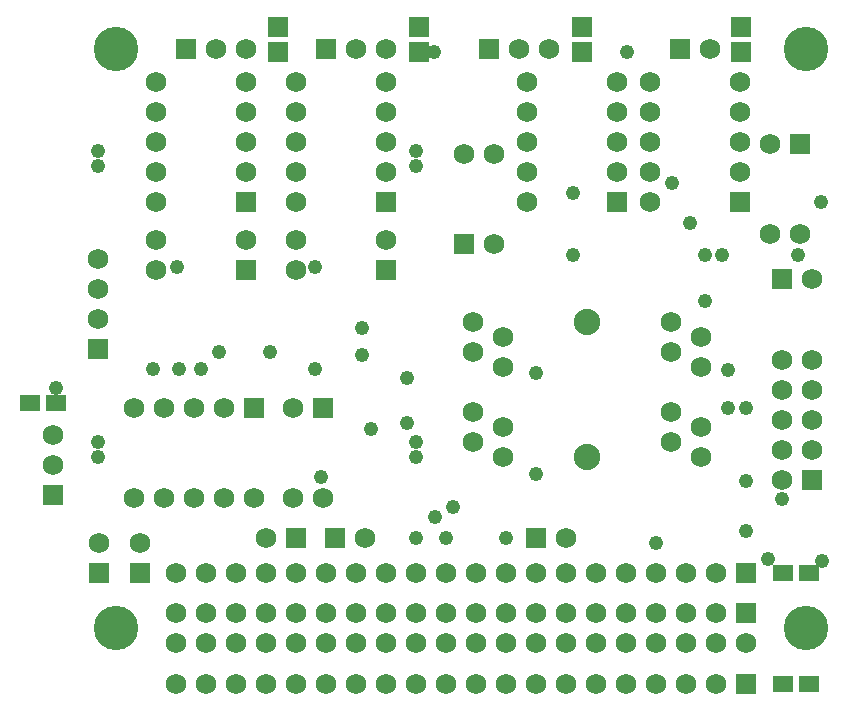
<source format=gts>
*%FSLAX23Y23*%
*%MOIN*%
G01*
%ADD11C,0.001*%
%ADD12C,0.006*%
%ADD13C,0.007*%
%ADD14C,0.007*%
%ADD15C,0.008*%
%ADD16C,0.010*%
%ADD17C,0.012*%
%ADD18C,0.015*%
%ADD19C,0.020*%
%ADD20C,0.030*%
%ADD21C,0.040*%
%ADD22C,0.048*%
%ADD23C,0.060*%
%ADD24C,0.068*%
%ADD25C,0.070*%
%ADD26C,0.080*%
%ADD27C,0.088*%
%ADD28C,0.120*%
%ADD29C,0.140*%
%ADD30C,0.148*%
%ADD31C,0.180*%
%ADD32R,0.005X0.005*%
%ADD33R,0.009X0.009*%
%ADD34R,0.010X0.010*%
%ADD35R,0.015X0.015*%
%ADD36R,0.019X0.019*%
%ADD37R,0.020X0.020*%
%ADD38R,0.025X0.025*%
%ADD39R,0.029X0.029*%
%ADD40R,0.030X0.030*%
%ADD41R,0.030X0.030*%
%ADD42R,0.034X0.034*%
%ADD43R,0.035X0.035*%
%ADD44R,0.035X0.035*%
%ADD45R,0.035X0.050*%
%ADD46R,0.038X0.038*%
%ADD47R,0.039X0.039*%
%ADD48R,0.040X0.040*%
%ADD49R,0.043X0.043*%
%ADD50R,0.043X0.058*%
%ADD51R,0.045X0.045*%
%ADD52R,0.049X0.049*%
%ADD53R,0.050X0.035*%
%ADD54R,0.050X0.050*%
%ADD55R,0.055X0.055*%
%ADD56R,0.058X0.043*%
%ADD57R,0.059X0.059*%
%ADD58R,0.060X0.050*%
%ADD59R,0.060X0.060*%
%ADD60R,0.060X0.060*%
%ADD61R,0.065X0.065*%
%ADD62R,0.068X0.058*%
%ADD63R,0.068X0.068*%
%ADD64R,0.070X0.070*%
%ADD65R,0.075X0.075*%
%ADD66R,0.079X0.079*%
%ADD67R,0.080X0.080*%
%ADD68R,0.085X0.085*%
%ADD69R,0.090X0.090*%
%ADD70R,0.095X0.095*%
%ADD71R,0.105X0.105*%
%ADD72R,0.115X0.115*%
%ADD73R,0.120X0.120*%
%ADD74R,0.125X0.125*%
%ADD75R,0.140X0.140*%
%ADD76R,0.155X0.155*%
%ADD77R,0.185X0.185*%
D22*
X8955Y7582D02*
D03*
Y8552D02*
D03*
Y8602D02*
D03*
Y7632D02*
D03*
X10015Y8552D02*
D03*
Y8602D02*
D03*
Y7582D02*
D03*
Y7632D02*
D03*
X11245Y6827D02*
D03*
X11235Y7442D02*
D03*
X9140Y7877D02*
D03*
X9225D02*
D03*
X9700Y7517D02*
D03*
X10075Y8932D02*
D03*
X9565Y8942D02*
D03*
X9680Y8217D02*
D03*
X9220D02*
D03*
X9300Y7877D02*
D03*
X9680D02*
D03*
X11190Y7242D02*
D03*
X11100Y8932D02*
D03*
X11365Y8432D02*
D03*
X11290Y8257D02*
D03*
X8815Y7812D02*
D03*
X10315Y7312D02*
D03*
X10930Y8362D02*
D03*
X10720Y8932D02*
D03*
X10815Y7297D02*
D03*
X11115Y7337D02*
D03*
Y7502D02*
D03*
Y7747D02*
D03*
X10015Y7312D02*
D03*
X10115D02*
D03*
X10415Y7862D02*
D03*
Y7527D02*
D03*
X10980Y8257D02*
D03*
X10870Y8497D02*
D03*
X10980Y8102D02*
D03*
X11035Y8257D02*
D03*
X9985Y7697D02*
D03*
X9360Y7932D02*
D03*
X9530D02*
D03*
X9865Y7677D02*
D03*
X11055Y7747D02*
D03*
Y7872D02*
D03*
X9835Y7922D02*
D03*
X11370Y7237D02*
D03*
X9835Y8012D02*
D03*
X10540Y8462D02*
D03*
Y8257D02*
D03*
X9985Y7847D02*
D03*
X10080Y7382D02*
D03*
X10140Y7417D02*
D03*
D24*
X10205Y8032D02*
D03*
X10305Y7982D02*
D03*
X10205Y7932D02*
D03*
Y7732D02*
D03*
Y7632D02*
D03*
X10305Y7882D02*
D03*
Y7682D02*
D03*
Y7582D02*
D03*
X10865Y8032D02*
D03*
X10965Y7982D02*
D03*
X10865Y7932D02*
D03*
Y7732D02*
D03*
Y7632D02*
D03*
X10965Y7882D02*
D03*
Y7682D02*
D03*
Y7582D02*
D03*
X9915Y8942D02*
D03*
X10460D02*
D03*
X9815D02*
D03*
X10360D02*
D03*
X9150Y8307D02*
D03*
X9615D02*
D03*
X10275Y8592D02*
D03*
X11195Y8327D02*
D03*
X9605Y7747D02*
D03*
X9450Y8307D02*
D03*
X8960Y7297D02*
D03*
X9095D02*
D03*
X9515Y7312D02*
D03*
X8805Y7657D02*
D03*
X11235Y7607D02*
D03*
X8805Y7557D02*
D03*
X9605Y7447D02*
D03*
X11335Y7707D02*
D03*
X10515Y7312D02*
D03*
X9705Y7447D02*
D03*
X9150Y8207D02*
D03*
X9615D02*
D03*
X10175Y8592D02*
D03*
X11295Y8327D02*
D03*
X10995Y8942D02*
D03*
X11015Y7062D02*
D03*
X10915D02*
D03*
X10315D02*
D03*
X10815D02*
D03*
X10615D02*
D03*
X10515D02*
D03*
X10415D02*
D03*
X10215D02*
D03*
X10115D02*
D03*
X10015D02*
D03*
X9815D02*
D03*
X9715D02*
D03*
X9615D02*
D03*
X9515D02*
D03*
X9415D02*
D03*
X9315D02*
D03*
X11115Y6962D02*
D03*
X11015D02*
D03*
X10815D02*
D03*
X10715D02*
D03*
X10615D02*
D03*
X10415D02*
D03*
X10315D02*
D03*
X10115D02*
D03*
X10015D02*
D03*
X9915D02*
D03*
X9815D02*
D03*
X9615D02*
D03*
X10515D02*
D03*
X10215D02*
D03*
X9915Y7062D02*
D03*
X9715Y6962D02*
D03*
X9515D02*
D03*
X9215Y7062D02*
D03*
X10915Y6962D02*
D03*
X10715Y7062D02*
D03*
X9415Y6962D02*
D03*
X9315D02*
D03*
X9215D02*
D03*
X11235Y7807D02*
D03*
X11335D02*
D03*
X11235Y7707D02*
D03*
X11335Y7607D02*
D03*
X11235Y7507D02*
D03*
X11015Y7197D02*
D03*
X10915D02*
D03*
X10315D02*
D03*
X9915D02*
D03*
X9215D02*
D03*
X10715D02*
D03*
X10815D02*
D03*
X10615D02*
D03*
X10515D02*
D03*
X10415D02*
D03*
X10215D02*
D03*
X10115D02*
D03*
X10015D02*
D03*
X9815D02*
D03*
X9715D02*
D03*
X9615D02*
D03*
X9515D02*
D03*
X9415D02*
D03*
X9315D02*
D03*
X9415Y6827D02*
D03*
X10215D02*
D03*
X9715D02*
D03*
X9515D02*
D03*
X10915D02*
D03*
X10515D02*
D03*
X11015D02*
D03*
X10815D02*
D03*
X10715D02*
D03*
X10615D02*
D03*
X10415D02*
D03*
X10315D02*
D03*
X10115D02*
D03*
X10015D02*
D03*
X9915D02*
D03*
X9815D02*
D03*
X9615D02*
D03*
X9315D02*
D03*
X9215D02*
D03*
X11195Y8627D02*
D03*
X10275Y8292D02*
D03*
X9915Y8307D02*
D03*
X9450Y8942D02*
D03*
X9350D02*
D03*
X9450Y8732D02*
D03*
Y8532D02*
D03*
Y8632D02*
D03*
X9150Y8432D02*
D03*
Y8532D02*
D03*
Y8632D02*
D03*
Y8732D02*
D03*
Y8832D02*
D03*
X9450D02*
D03*
X9175Y7747D02*
D03*
X9375D02*
D03*
X9275D02*
D03*
X9475Y7447D02*
D03*
X9375D02*
D03*
X9275D02*
D03*
X9175D02*
D03*
X9075D02*
D03*
Y7747D02*
D03*
X11095Y8732D02*
D03*
Y8632D02*
D03*
X10795Y8432D02*
D03*
X11095Y8532D02*
D03*
X10795D02*
D03*
Y8632D02*
D03*
Y8732D02*
D03*
Y8832D02*
D03*
X11095D02*
D03*
X10685Y8732D02*
D03*
Y8532D02*
D03*
Y8632D02*
D03*
X10385Y8432D02*
D03*
Y8532D02*
D03*
Y8632D02*
D03*
Y8732D02*
D03*
Y8832D02*
D03*
X10685D02*
D03*
X9845Y7312D02*
D03*
X9915Y8732D02*
D03*
Y8532D02*
D03*
Y8632D02*
D03*
X9615Y8432D02*
D03*
Y8532D02*
D03*
Y8632D02*
D03*
Y8732D02*
D03*
Y8832D02*
D03*
X9915D02*
D03*
X11335Y7907D02*
D03*
Y8177D02*
D03*
X11235Y7907D02*
D03*
X8955Y8242D02*
D03*
Y8142D02*
D03*
Y8042D02*
D03*
D27*
X10585Y7582D02*
D03*
Y8032D02*
D03*
D30*
X9015Y7012D02*
D03*
Y8942D02*
D03*
X11315D02*
D03*
Y7012D02*
D03*
D62*
X11325Y7197D02*
D03*
Y6827D02*
D03*
X11240D02*
D03*
Y7197D02*
D03*
X8730Y7762D02*
D03*
X8815D02*
D03*
D63*
X9715Y8942D02*
D03*
X10260D02*
D03*
X10895D02*
D03*
X9450Y8207D02*
D03*
X9915D02*
D03*
X10175Y8292D02*
D03*
X11295Y8627D02*
D03*
X8805Y7457D02*
D03*
X9705Y7747D02*
D03*
X10415Y7312D02*
D03*
X9615D02*
D03*
X9095Y7197D02*
D03*
X8960D02*
D03*
X11115Y7062D02*
D03*
X11335Y7507D02*
D03*
X11115Y7197D02*
D03*
Y6827D02*
D03*
X9250Y8942D02*
D03*
X9450Y8432D02*
D03*
X9475Y7747D02*
D03*
X11095Y8432D02*
D03*
X10685D02*
D03*
X9745Y7312D02*
D03*
X9915Y8432D02*
D03*
X11235Y8177D02*
D03*
X8955Y7942D02*
D03*
X9555Y8932D02*
D03*
Y9017D02*
D03*
X10570D02*
D03*
Y8932D02*
D03*
X11100Y9017D02*
D03*
Y8932D02*
D03*
X10025Y9017D02*
D03*
Y8932D02*
D03*
M02*

</source>
